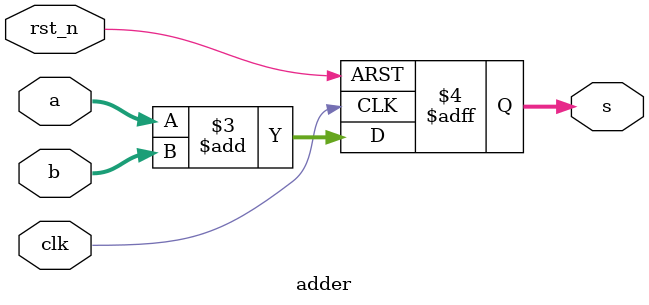
<source format=v>
module adder (
    input clk, rst_n,
    input [3:0] a, b,

    output reg [3:0] s
);
    always @(posedge clk or negedge rst_n) begin
        if (rst_n == 1'b0) begin
            s <= 0;
        end else begin
            s <= a + b;
        end
    end
endmodule
</source>
